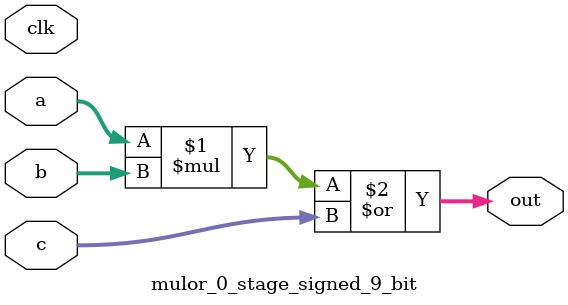
<source format=sv>
(* use_dsp = "yes" *) module mulor_0_stage_signed_9_bit(
	input signed [8:0] a,
	input signed [8:0] b,
	input signed [8:0] c,
	output [8:0] out,
	input clk);

	assign out = (a * b) | c;
endmodule

</source>
